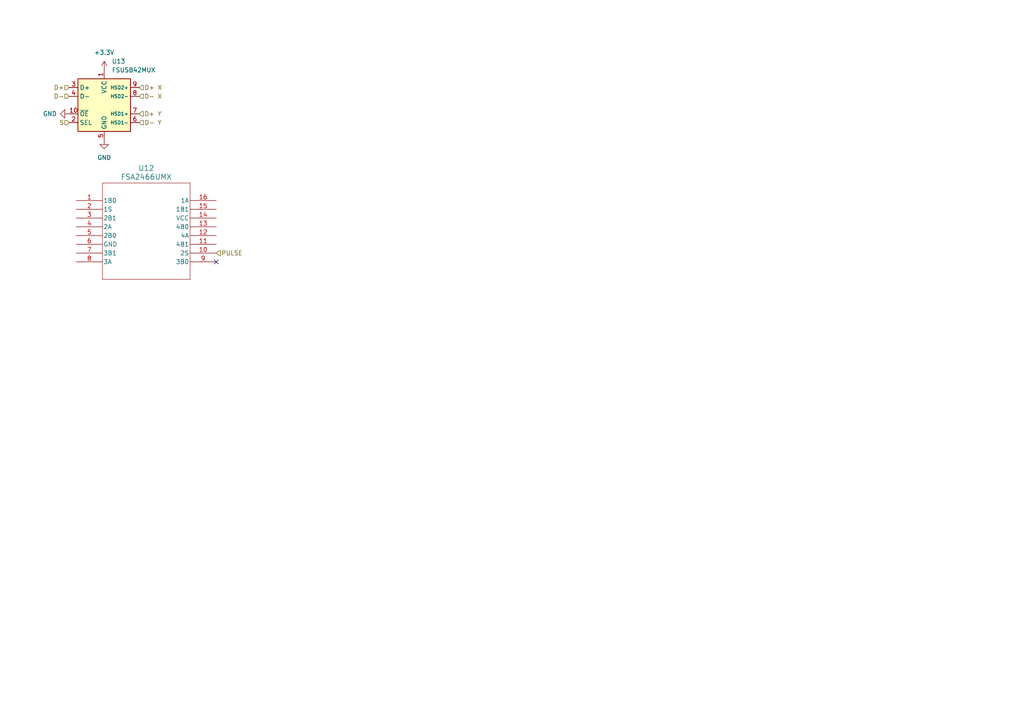
<source format=kicad_sch>
(kicad_sch (version 20230121) (generator eeschema)
  (paper "A4")
  (lib_symbols
    (symbol "2024-01-11_17-14-28:FSA2466UMX" (pin_names (offset 0.254))
      (property "Reference" "U" (at 20.32 10.16 0))
      (property "Value" "FSA2466UMX" (at 20.32 7.62 0))
      (symbol "FSA2466UMX_0_1"
        (polyline (pts (xy 7.62 -22.86) (xy 33.02 -22.86)) (stroke (width 0.127)))
        (polyline (pts (xy 7.62 5.08) (xy 7.62 -22.86)) (stroke (width 0.127)))
        (polyline (pts (xy 33.02 -22.86) (xy 33.02 5.08)) (stroke (width 0.127)))
        (polyline (pts (xy 33.02 5.08) (xy 7.62 5.08)) (stroke (width 0.127)))
        (pin bidirectional line (at 0 0 0) (length 7.62) (name "1B0") (number "1"))
        (pin bidirectional line (at 40.64 -15.24 180) (length 7.62) (name "2S") (number "10"))
        (pin bidirectional line (at 40.64 -12.7 180) (length 7.62) (name "4B1") (number "11"))
        (pin bidirectional line (at 40.64 -10.16 180) (length 7.62) (name "4A") (number "12"))
        (pin bidirectional line (at 40.64 -7.62 180) (length 7.62) (name "4B0") (number "13"))
        (pin power_in line (at 40.64 -5.08 180) (length 7.62) (name "VCC") (number "14"))
        (pin bidirectional line (at 40.64 -2.54 180) (length 7.62) (name "1B1") (number "15"))
        (pin bidirectional line (at 40.64 0 180) (length 7.62) (name "1A") (number "16"))
        (pin bidirectional line (at 0 -2.54 0) (length 7.62) (name "1S") (number "2"))
        (pin bidirectional line (at 0 -5.08 0) (length 7.62) (name "2B1") (number "3"))
        (pin bidirectional line (at 0 -7.62 0) (length 7.62) (name "2A") (number "4"))
        (pin bidirectional line (at 0 -10.16 0) (length 7.62) (name "2B0") (number "5"))
        (pin power_out line (at 0 -12.7 0) (length 7.62) (name "GND") (number "6"))
        (pin bidirectional line (at 0 -15.24 0) (length 7.62) (name "3B1") (number "7"))
        (pin bidirectional line (at 0 -17.78 0) (length 7.62) (name "3A") (number "8"))
        (pin bidirectional line (at 40.64 -17.78 180) (length 7.62) (name "3B0") (number "9"))
      )
    )
    (symbol "Interface_USB:FSUSB42MUX"
      (property "Reference" "U" (at -6.35 8.89 0))
      (property "Value" "FSUSB42MUX" (at 7.62 8.89 0))
      (symbol "FSUSB42MUX_0_1"
        (rectangle (start 7.62 7.62) (end -7.62 -7.62) (stroke (width 0.254)) (fill (type background)))
      )
      (symbol "FSUSB42MUX_1_1"
        (pin power_in line (at 0 10.16 270) (length 2.54) (name "VCC") (number "1"))
        (pin input line (at -10.16 -2.54 0) (length 2.54) (name "~{OE}") (number "10"))
        (pin input line (at -10.16 -5.08 0) (length 2.54) (name "SEL") (number "2"))
        (pin bidirectional line (at -10.16 5.08 0) (length 2.54) (name "D+") (number "3"))
        (pin bidirectional line (at -10.16 2.54 0) (length 2.54) (name "D-") (number "4"))
        (pin power_in line (at 0 -10.16 90) (length 2.54) (name "GND") (number "5"))
        (pin bidirectional line (at 10.16 -5.08 180) (length 2.54) (name "HSD1-") (number "6"))
        (pin bidirectional line (at 10.16 -2.54 180) (length 2.54) (name "HSD1+") (number "7"))
        (pin bidirectional line (at 10.16 2.54 180) (length 2.54) (name "HSD2-") (number "8"))
        (pin bidirectional line (at 10.16 5.08 180) (length 2.54) (name "HSD2+") (number "9"))
      )
    )
    (symbol "power:+3.3V" (power) (pin_names (offset 0))
      (property "Value" "+3.3V" (at 0 3.556 0))
      (symbol "+3.3V_0_1"
        (polyline (pts (xy -0.762 1.27) (xy 0 2.54)))
        (polyline (pts (xy 0 0) (xy 0 2.54)))
        (polyline (pts (xy 0 2.54) (xy 0.762 1.27)))
      )
      (symbol "+3.3V_1_1"
        (pin power_in line (at 0 0 90) (length 0) hide (name "+3.3V") (number "1"))
      )
    )
    (symbol "power:GND" (power) (pin_names (offset 0))
      (property "Value" "GND" (at 0 -3.81 0))
      (symbol "GND_0_1"
        (polyline (pts (xy 0 0) (xy 0 -1.27) (xy 1.27 -1.27) (xy 0 -2.54) (xy -1.27 -1.27) (xy 0 -1.27)))
      )
      (symbol "GND_1_1"
        (pin power_in line (at 0 0 270) (length 0) hide (name "GND") (number "1"))
      )
    )
  )
  (no_connect (at 62.738 75.946))
  (hierarchical_label "D+ Y" (shape input) (at 40.386 33.02 0))
  (hierarchical_label "D- Y" (shape input) (at 40.386 35.56 0))
  (hierarchical_label "D-" (shape input) (at 20.066 27.94 180))
  (hierarchical_label "D- X" (shape input) (at 40.386 27.94 0))
  (hierarchical_label "D+ X" (shape input) (at 40.386 25.4 0))
  (hierarchical_label "S" (shape input) (at 20.066 35.56 180))
  (hierarchical_label "PULSE" (shape input) (at 62.738 73.406 0))
  (hierarchical_label "D+" (shape input) (at 20.066 25.4 180))
  (symbol (lib_id "power:GND") (at 30.226 40.64 0) (unit 1)
    (property "Reference" "#PWR037" (effects hide))
    (property "Value" "GND" (at 30.226 45.72 0))
  )
  (symbol (lib_id "power:GND") (at 20.066 33.02 270) (unit 1)
    (property "Reference" "#PWR09" (effects hide))
    (property "Value" "GND" (at 16.51 33.02 90) (effects (justify right)))
  )
  (symbol (lib_id "2024-01-11_17-14-28:FSA2466UMX") (at 22.098 58.166 0) (unit 1)
    (property "Reference" "U12" (at 42.418 48.768 0) (effects (font (size 1.524 1.524))))
    (property "Value" "FSA2466UMX" (at 42.418 51.308 0) (effects (font (size 1.524 1.524))))
    (property "Footprint" "UMLP16_1P8X2P6_ONS" (effects hide))
    (property "Datasheet" "FSA2466UMX" (effects hide))
  )
  (symbol (lib_id "Interface_USB:FSUSB42MUX") (at 30.226 30.48 0) (unit 1)
    (property "Reference" "U13" (at 32.4201 17.78 0) (effects (justify left)))
    (property "Value" "FSUSB42MUX" (at 32.4201 20.32 0) (effects (justify left)))
    (property "Footprint" "Package_SO:MSOP-10_3x3mm_P0.5mm" (effects hide))
    (property "Datasheet" "https://www.onsemi.com/pub/Collateral/FSUSB42-D.PDF" (effects hide))
  )
  (symbol (lib_id "power:+3.3V") (at 30.226 20.32 0) (unit 1)
    (property "Reference" "#PWR048" (effects hide))
    (property "Value" "+3.3V" (at 30.226 15.24 0))
  )
)
</source>
